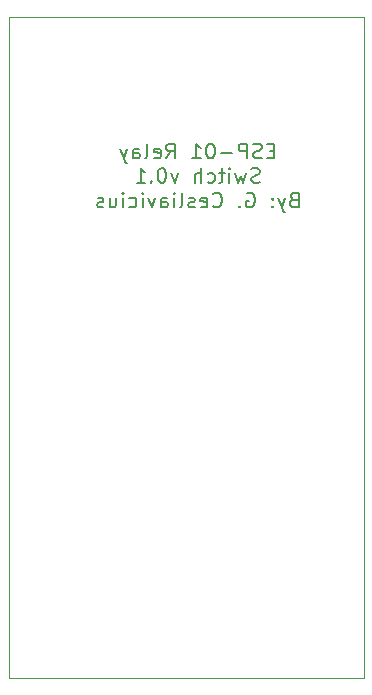
<source format=gbr>
G04 #@! TF.GenerationSoftware,KiCad,Pcbnew,(5.1.5)-3*
G04 #@! TF.CreationDate,2020-06-27T20:36:36+01:00*
G04 #@! TF.ProjectId,Schematic,53636865-6d61-4746-9963-2e6b69636164,v0.1*
G04 #@! TF.SameCoordinates,Original*
G04 #@! TF.FileFunction,Legend,Bot*
G04 #@! TF.FilePolarity,Positive*
%FSLAX46Y46*%
G04 Gerber Fmt 4.6, Leading zero omitted, Abs format (unit mm)*
G04 Created by KiCad (PCBNEW (5.1.5)-3) date 2020-06-27 20:36:36*
%MOMM*%
%LPD*%
G04 APERTURE LIST*
%ADD10C,0.200000*%
G04 #@! TA.AperFunction,Profile*
%ADD11C,0.050000*%
G04 #@! TD*
G04 APERTURE END LIST*
D10*
X192458333Y-65835714D02*
X192041666Y-65835714D01*
X191863095Y-66490476D02*
X192458333Y-66490476D01*
X192458333Y-65240476D01*
X191863095Y-65240476D01*
X191386904Y-66430952D02*
X191208333Y-66490476D01*
X190910714Y-66490476D01*
X190791666Y-66430952D01*
X190732142Y-66371428D01*
X190672619Y-66252380D01*
X190672619Y-66133333D01*
X190732142Y-66014285D01*
X190791666Y-65954761D01*
X190910714Y-65895238D01*
X191148809Y-65835714D01*
X191267857Y-65776190D01*
X191327380Y-65716666D01*
X191386904Y-65597619D01*
X191386904Y-65478571D01*
X191327380Y-65359523D01*
X191267857Y-65300000D01*
X191148809Y-65240476D01*
X190851190Y-65240476D01*
X190672619Y-65300000D01*
X190136904Y-66490476D02*
X190136904Y-65240476D01*
X189660714Y-65240476D01*
X189541666Y-65300000D01*
X189482142Y-65359523D01*
X189422619Y-65478571D01*
X189422619Y-65657142D01*
X189482142Y-65776190D01*
X189541666Y-65835714D01*
X189660714Y-65895238D01*
X190136904Y-65895238D01*
X188886904Y-66014285D02*
X187934523Y-66014285D01*
X187101190Y-65240476D02*
X186982142Y-65240476D01*
X186863095Y-65300000D01*
X186803571Y-65359523D01*
X186744047Y-65478571D01*
X186684523Y-65716666D01*
X186684523Y-66014285D01*
X186744047Y-66252380D01*
X186803571Y-66371428D01*
X186863095Y-66430952D01*
X186982142Y-66490476D01*
X187101190Y-66490476D01*
X187220238Y-66430952D01*
X187279761Y-66371428D01*
X187339285Y-66252380D01*
X187398809Y-66014285D01*
X187398809Y-65716666D01*
X187339285Y-65478571D01*
X187279761Y-65359523D01*
X187220238Y-65300000D01*
X187101190Y-65240476D01*
X185494047Y-66490476D02*
X186208333Y-66490476D01*
X185851190Y-66490476D02*
X185851190Y-65240476D01*
X185970238Y-65419047D01*
X186089285Y-65538095D01*
X186208333Y-65597619D01*
X183291666Y-66490476D02*
X183708333Y-65895238D01*
X184005952Y-66490476D02*
X184005952Y-65240476D01*
X183529761Y-65240476D01*
X183410714Y-65300000D01*
X183351190Y-65359523D01*
X183291666Y-65478571D01*
X183291666Y-65657142D01*
X183351190Y-65776190D01*
X183410714Y-65835714D01*
X183529761Y-65895238D01*
X184005952Y-65895238D01*
X182279761Y-66430952D02*
X182398809Y-66490476D01*
X182636904Y-66490476D01*
X182755952Y-66430952D01*
X182815476Y-66311904D01*
X182815476Y-65835714D01*
X182755952Y-65716666D01*
X182636904Y-65657142D01*
X182398809Y-65657142D01*
X182279761Y-65716666D01*
X182220238Y-65835714D01*
X182220238Y-65954761D01*
X182815476Y-66073809D01*
X181505952Y-66490476D02*
X181625000Y-66430952D01*
X181684523Y-66311904D01*
X181684523Y-65240476D01*
X180494047Y-66490476D02*
X180494047Y-65835714D01*
X180553571Y-65716666D01*
X180672619Y-65657142D01*
X180910714Y-65657142D01*
X181029761Y-65716666D01*
X180494047Y-66430952D02*
X180613095Y-66490476D01*
X180910714Y-66490476D01*
X181029761Y-66430952D01*
X181089285Y-66311904D01*
X181089285Y-66192857D01*
X181029761Y-66073809D01*
X180910714Y-66014285D01*
X180613095Y-66014285D01*
X180494047Y-65954761D01*
X180017857Y-65657142D02*
X179720238Y-66490476D01*
X179422619Y-65657142D02*
X179720238Y-66490476D01*
X179839285Y-66788095D01*
X179898809Y-66847619D01*
X180017857Y-66907142D01*
X191208333Y-68505952D02*
X191029761Y-68565476D01*
X190732142Y-68565476D01*
X190613095Y-68505952D01*
X190553571Y-68446428D01*
X190494047Y-68327380D01*
X190494047Y-68208333D01*
X190553571Y-68089285D01*
X190613095Y-68029761D01*
X190732142Y-67970238D01*
X190970238Y-67910714D01*
X191089285Y-67851190D01*
X191148809Y-67791666D01*
X191208333Y-67672619D01*
X191208333Y-67553571D01*
X191148809Y-67434523D01*
X191089285Y-67375000D01*
X190970238Y-67315476D01*
X190672619Y-67315476D01*
X190494047Y-67375000D01*
X190077380Y-67732142D02*
X189839285Y-68565476D01*
X189601190Y-67970238D01*
X189363095Y-68565476D01*
X189125000Y-67732142D01*
X188648809Y-68565476D02*
X188648809Y-67732142D01*
X188648809Y-67315476D02*
X188708333Y-67375000D01*
X188648809Y-67434523D01*
X188589285Y-67375000D01*
X188648809Y-67315476D01*
X188648809Y-67434523D01*
X188232142Y-67732142D02*
X187755952Y-67732142D01*
X188053571Y-67315476D02*
X188053571Y-68386904D01*
X187994047Y-68505952D01*
X187875000Y-68565476D01*
X187755952Y-68565476D01*
X186803571Y-68505952D02*
X186922619Y-68565476D01*
X187160714Y-68565476D01*
X187279761Y-68505952D01*
X187339285Y-68446428D01*
X187398809Y-68327380D01*
X187398809Y-67970238D01*
X187339285Y-67851190D01*
X187279761Y-67791666D01*
X187160714Y-67732142D01*
X186922619Y-67732142D01*
X186803571Y-67791666D01*
X186267857Y-68565476D02*
X186267857Y-67315476D01*
X185732142Y-68565476D02*
X185732142Y-67910714D01*
X185791666Y-67791666D01*
X185910714Y-67732142D01*
X186089285Y-67732142D01*
X186208333Y-67791666D01*
X186267857Y-67851190D01*
X184303571Y-67732142D02*
X184005952Y-68565476D01*
X183708333Y-67732142D01*
X182994047Y-67315476D02*
X182875000Y-67315476D01*
X182755952Y-67375000D01*
X182696428Y-67434523D01*
X182636904Y-67553571D01*
X182577380Y-67791666D01*
X182577380Y-68089285D01*
X182636904Y-68327380D01*
X182696428Y-68446428D01*
X182755952Y-68505952D01*
X182875000Y-68565476D01*
X182994047Y-68565476D01*
X183113095Y-68505952D01*
X183172619Y-68446428D01*
X183232142Y-68327380D01*
X183291666Y-68089285D01*
X183291666Y-67791666D01*
X183232142Y-67553571D01*
X183172619Y-67434523D01*
X183113095Y-67375000D01*
X182994047Y-67315476D01*
X182041666Y-68446428D02*
X181982142Y-68505952D01*
X182041666Y-68565476D01*
X182101190Y-68505952D01*
X182041666Y-68446428D01*
X182041666Y-68565476D01*
X180791666Y-68565476D02*
X181505952Y-68565476D01*
X181148809Y-68565476D02*
X181148809Y-67315476D01*
X181267857Y-67494047D01*
X181386904Y-67613095D01*
X181505952Y-67672619D01*
X194095238Y-69985714D02*
X193916666Y-70045238D01*
X193857142Y-70104761D01*
X193797619Y-70223809D01*
X193797619Y-70402380D01*
X193857142Y-70521428D01*
X193916666Y-70580952D01*
X194035714Y-70640476D01*
X194511904Y-70640476D01*
X194511904Y-69390476D01*
X194095238Y-69390476D01*
X193976190Y-69450000D01*
X193916666Y-69509523D01*
X193857142Y-69628571D01*
X193857142Y-69747619D01*
X193916666Y-69866666D01*
X193976190Y-69926190D01*
X194095238Y-69985714D01*
X194511904Y-69985714D01*
X193380952Y-69807142D02*
X193083333Y-70640476D01*
X192785714Y-69807142D02*
X193083333Y-70640476D01*
X193202380Y-70938095D01*
X193261904Y-70997619D01*
X193380952Y-71057142D01*
X192309523Y-70521428D02*
X192250000Y-70580952D01*
X192309523Y-70640476D01*
X192369047Y-70580952D01*
X192309523Y-70521428D01*
X192309523Y-70640476D01*
X192309523Y-69866666D02*
X192250000Y-69926190D01*
X192309523Y-69985714D01*
X192369047Y-69926190D01*
X192309523Y-69866666D01*
X192309523Y-69985714D01*
X190107142Y-69450000D02*
X190226190Y-69390476D01*
X190404761Y-69390476D01*
X190583333Y-69450000D01*
X190702380Y-69569047D01*
X190761904Y-69688095D01*
X190821428Y-69926190D01*
X190821428Y-70104761D01*
X190761904Y-70342857D01*
X190702380Y-70461904D01*
X190583333Y-70580952D01*
X190404761Y-70640476D01*
X190285714Y-70640476D01*
X190107142Y-70580952D01*
X190047619Y-70521428D01*
X190047619Y-70104761D01*
X190285714Y-70104761D01*
X189511904Y-70521428D02*
X189452380Y-70580952D01*
X189511904Y-70640476D01*
X189571428Y-70580952D01*
X189511904Y-70521428D01*
X189511904Y-70640476D01*
X187250000Y-70521428D02*
X187309523Y-70580952D01*
X187488095Y-70640476D01*
X187607142Y-70640476D01*
X187785714Y-70580952D01*
X187904761Y-70461904D01*
X187964285Y-70342857D01*
X188023809Y-70104761D01*
X188023809Y-69926190D01*
X187964285Y-69688095D01*
X187904761Y-69569047D01*
X187785714Y-69450000D01*
X187607142Y-69390476D01*
X187488095Y-69390476D01*
X187309523Y-69450000D01*
X187250000Y-69509523D01*
X186238095Y-70580952D02*
X186357142Y-70640476D01*
X186595238Y-70640476D01*
X186714285Y-70580952D01*
X186773809Y-70461904D01*
X186773809Y-69985714D01*
X186714285Y-69866666D01*
X186595238Y-69807142D01*
X186357142Y-69807142D01*
X186238095Y-69866666D01*
X186178571Y-69985714D01*
X186178571Y-70104761D01*
X186773809Y-70223809D01*
X185702380Y-70580952D02*
X185583333Y-70640476D01*
X185345238Y-70640476D01*
X185226190Y-70580952D01*
X185166666Y-70461904D01*
X185166666Y-70402380D01*
X185226190Y-70283333D01*
X185345238Y-70223809D01*
X185523809Y-70223809D01*
X185642857Y-70164285D01*
X185702380Y-70045238D01*
X185702380Y-69985714D01*
X185642857Y-69866666D01*
X185523809Y-69807142D01*
X185345238Y-69807142D01*
X185226190Y-69866666D01*
X184452380Y-70640476D02*
X184571428Y-70580952D01*
X184630952Y-70461904D01*
X184630952Y-69390476D01*
X183976190Y-70640476D02*
X183976190Y-69807142D01*
X183976190Y-69390476D02*
X184035714Y-69450000D01*
X183976190Y-69509523D01*
X183916666Y-69450000D01*
X183976190Y-69390476D01*
X183976190Y-69509523D01*
X182845238Y-70640476D02*
X182845238Y-69985714D01*
X182904761Y-69866666D01*
X183023809Y-69807142D01*
X183261904Y-69807142D01*
X183380952Y-69866666D01*
X182845238Y-70580952D02*
X182964285Y-70640476D01*
X183261904Y-70640476D01*
X183380952Y-70580952D01*
X183440476Y-70461904D01*
X183440476Y-70342857D01*
X183380952Y-70223809D01*
X183261904Y-70164285D01*
X182964285Y-70164285D01*
X182845238Y-70104761D01*
X182369047Y-69807142D02*
X182071428Y-70640476D01*
X181773809Y-69807142D01*
X181297619Y-70640476D02*
X181297619Y-69807142D01*
X181297619Y-69390476D02*
X181357142Y-69450000D01*
X181297619Y-69509523D01*
X181238095Y-69450000D01*
X181297619Y-69390476D01*
X181297619Y-69509523D01*
X180166666Y-70580952D02*
X180285714Y-70640476D01*
X180523809Y-70640476D01*
X180642857Y-70580952D01*
X180702380Y-70521428D01*
X180761904Y-70402380D01*
X180761904Y-70045238D01*
X180702380Y-69926190D01*
X180642857Y-69866666D01*
X180523809Y-69807142D01*
X180285714Y-69807142D01*
X180166666Y-69866666D01*
X179630952Y-70640476D02*
X179630952Y-69807142D01*
X179630952Y-69390476D02*
X179690476Y-69450000D01*
X179630952Y-69509523D01*
X179571428Y-69450000D01*
X179630952Y-69390476D01*
X179630952Y-69509523D01*
X178500000Y-69807142D02*
X178500000Y-70640476D01*
X179035714Y-69807142D02*
X179035714Y-70461904D01*
X178976190Y-70580952D01*
X178857142Y-70640476D01*
X178678571Y-70640476D01*
X178559523Y-70580952D01*
X178500000Y-70521428D01*
X177964285Y-70580952D02*
X177845238Y-70640476D01*
X177607142Y-70640476D01*
X177488095Y-70580952D01*
X177428571Y-70461904D01*
X177428571Y-70402380D01*
X177488095Y-70283333D01*
X177607142Y-70223809D01*
X177785714Y-70223809D01*
X177904761Y-70164285D01*
X177964285Y-70045238D01*
X177964285Y-69985714D01*
X177904761Y-69866666D01*
X177785714Y-69807142D01*
X177607142Y-69807142D01*
X177488095Y-69866666D01*
D11*
X200000000Y-110000000D02*
X200000000Y-110500000D01*
X170000000Y-110000000D02*
X170000000Y-110500000D01*
X200000000Y-55000000D02*
X200000000Y-54500000D01*
X170000000Y-55000000D02*
X170000000Y-54500000D01*
X200000000Y-55000000D02*
X200000000Y-80000000D01*
X170000000Y-80000000D02*
X170000000Y-55000000D01*
X170000000Y-110000000D02*
X170000000Y-80000000D01*
X200000000Y-110500000D02*
X170000000Y-110500000D01*
X200000000Y-80000000D02*
X200000000Y-110000000D01*
X170000000Y-54500000D02*
X200000000Y-54500000D01*
M02*

</source>
